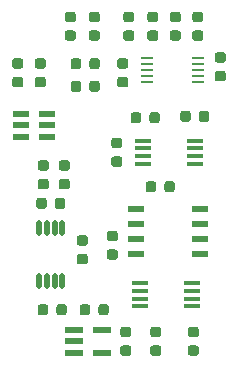
<source format=gbr>
%TF.GenerationSoftware,KiCad,Pcbnew,(5.1.6)-1*%
%TF.CreationDate,2021-06-11T10:25:49-05:00*%
%TF.ProjectId,Sapphire_AnalogMic,53617070-6869-4726-955f-416e616c6f67,rev?*%
%TF.SameCoordinates,Original*%
%TF.FileFunction,Paste,Top*%
%TF.FilePolarity,Positive*%
%FSLAX46Y46*%
G04 Gerber Fmt 4.6, Leading zero omitted, Abs format (unit mm)*
G04 Created by KiCad (PCBNEW (5.1.6)-1) date 2021-06-11 10:25:49*
%MOMM*%
%LPD*%
G01*
G04 APERTURE LIST*
%ADD10R,1.320800X0.406400*%
%ADD11R,1.460500X0.533400*%
%ADD12R,1.473200X0.558800*%
%ADD13R,1.100000X0.250000*%
%ADD14R,1.574800X0.558800*%
%ADD15O,0.449999X1.350000*%
G04 APERTURE END LIST*
D10*
%TO.C,U101*%
X123774200Y-125308360D03*
X123774200Y-124658120D03*
X123774200Y-124007880D03*
X123774200Y-123357640D03*
X128193800Y-123357640D03*
X128193800Y-124007880D03*
X128193800Y-124658120D03*
X128193800Y-125308360D03*
%TD*%
%TO.C,C105*%
G36*
G01*
X122049250Y-111918000D02*
X121536750Y-111918000D01*
G75*
G02*
X121318000Y-111699250I0J218750D01*
G01*
X121318000Y-111261750D01*
G75*
G02*
X121536750Y-111043000I218750J0D01*
G01*
X122049250Y-111043000D01*
G75*
G02*
X122268000Y-111261750I0J-218750D01*
G01*
X122268000Y-111699250D01*
G75*
G02*
X122049250Y-111918000I-218750J0D01*
G01*
G37*
G36*
G01*
X122049250Y-113493000D02*
X121536750Y-113493000D01*
G75*
G02*
X121318000Y-113274250I0J218750D01*
G01*
X121318000Y-112836750D01*
G75*
G02*
X121536750Y-112618000I218750J0D01*
G01*
X122049250Y-112618000D01*
G75*
G02*
X122268000Y-112836750I0J-218750D01*
G01*
X122268000Y-113274250D01*
G75*
G02*
X122049250Y-113493000I-218750J0D01*
G01*
G37*
%TD*%
D11*
%TO.C,U107*%
X128835150Y-117094000D03*
X128835150Y-118364000D03*
X128835150Y-119634000D03*
X128835150Y-120904000D03*
X123386850Y-120904000D03*
X123386850Y-119634000D03*
X123386850Y-118364000D03*
X123386850Y-117094000D03*
%TD*%
%TO.C,C112*%
G36*
G01*
X121668250Y-119792000D02*
X121155750Y-119792000D01*
G75*
G02*
X120937000Y-119573250I0J218750D01*
G01*
X120937000Y-119135750D01*
G75*
G02*
X121155750Y-118917000I218750J0D01*
G01*
X121668250Y-118917000D01*
G75*
G02*
X121887000Y-119135750I0J-218750D01*
G01*
X121887000Y-119573250D01*
G75*
G02*
X121668250Y-119792000I-218750J0D01*
G01*
G37*
G36*
G01*
X121668250Y-121367000D02*
X121155750Y-121367000D01*
G75*
G02*
X120937000Y-121148250I0J218750D01*
G01*
X120937000Y-120710750D01*
G75*
G02*
X121155750Y-120492000I218750J0D01*
G01*
X121668250Y-120492000D01*
G75*
G02*
X121887000Y-120710750I0J-218750D01*
G01*
X121887000Y-121148250D01*
G75*
G02*
X121668250Y-121367000I-218750J0D01*
G01*
G37*
%TD*%
%TO.C,C110*%
G36*
G01*
X125826000Y-115445250D02*
X125826000Y-114932750D01*
G75*
G02*
X126044750Y-114714000I218750J0D01*
G01*
X126482250Y-114714000D01*
G75*
G02*
X126701000Y-114932750I0J-218750D01*
G01*
X126701000Y-115445250D01*
G75*
G02*
X126482250Y-115664000I-218750J0D01*
G01*
X126044750Y-115664000D01*
G75*
G02*
X125826000Y-115445250I0J218750D01*
G01*
G37*
G36*
G01*
X124251000Y-115445250D02*
X124251000Y-114932750D01*
G75*
G02*
X124469750Y-114714000I218750J0D01*
G01*
X124907250Y-114714000D01*
G75*
G02*
X125126000Y-114932750I0J-218750D01*
G01*
X125126000Y-115445250D01*
G75*
G02*
X124907250Y-115664000I-218750J0D01*
G01*
X124469750Y-115664000D01*
G75*
G02*
X124251000Y-115445250I0J218750D01*
G01*
G37*
%TD*%
D12*
%TO.C,U106*%
X113690400Y-110932001D03*
X113690400Y-109982000D03*
X113690400Y-109031999D03*
X115925600Y-109031999D03*
X115925600Y-109982000D03*
X115925600Y-110932001D03*
%TD*%
%TO.C,R106*%
G36*
G01*
X126489750Y-101950000D02*
X127002250Y-101950000D01*
G75*
G02*
X127221000Y-102168750I0J-218750D01*
G01*
X127221000Y-102606250D01*
G75*
G02*
X127002250Y-102825000I-218750J0D01*
G01*
X126489750Y-102825000D01*
G75*
G02*
X126271000Y-102606250I0J218750D01*
G01*
X126271000Y-102168750D01*
G75*
G02*
X126489750Y-101950000I218750J0D01*
G01*
G37*
G36*
G01*
X126489750Y-100375000D02*
X127002250Y-100375000D01*
G75*
G02*
X127221000Y-100593750I0J-218750D01*
G01*
X127221000Y-101031250D01*
G75*
G02*
X127002250Y-101250000I-218750J0D01*
G01*
X126489750Y-101250000D01*
G75*
G02*
X126271000Y-101031250I0J218750D01*
G01*
X126271000Y-100593750D01*
G75*
G02*
X126489750Y-100375000I218750J0D01*
G01*
G37*
%TD*%
%TO.C,R104*%
G36*
G01*
X122552750Y-101950000D02*
X123065250Y-101950000D01*
G75*
G02*
X123284000Y-102168750I0J-218750D01*
G01*
X123284000Y-102606250D01*
G75*
G02*
X123065250Y-102825000I-218750J0D01*
G01*
X122552750Y-102825000D01*
G75*
G02*
X122334000Y-102606250I0J218750D01*
G01*
X122334000Y-102168750D01*
G75*
G02*
X122552750Y-101950000I218750J0D01*
G01*
G37*
G36*
G01*
X122552750Y-100375000D02*
X123065250Y-100375000D01*
G75*
G02*
X123284000Y-100593750I0J-218750D01*
G01*
X123284000Y-101031250D01*
G75*
G02*
X123065250Y-101250000I-218750J0D01*
G01*
X122552750Y-101250000D01*
G75*
G02*
X122334000Y-101031250I0J218750D01*
G01*
X122334000Y-100593750D01*
G75*
G02*
X122552750Y-100375000I218750J0D01*
G01*
G37*
%TD*%
D13*
%TO.C,U105*%
X128642000Y-104283000D03*
X128642000Y-104783000D03*
X128642000Y-105283000D03*
X128642000Y-105783000D03*
X128642000Y-106283000D03*
X124342000Y-106283000D03*
X124342000Y-105783000D03*
X124342000Y-105283000D03*
X124342000Y-104783000D03*
X124342000Y-104283000D03*
%TD*%
%TO.C,C106*%
G36*
G01*
X115059750Y-105887000D02*
X115572250Y-105887000D01*
G75*
G02*
X115791000Y-106105750I0J-218750D01*
G01*
X115791000Y-106543250D01*
G75*
G02*
X115572250Y-106762000I-218750J0D01*
G01*
X115059750Y-106762000D01*
G75*
G02*
X114841000Y-106543250I0J218750D01*
G01*
X114841000Y-106105750D01*
G75*
G02*
X115059750Y-105887000I218750J0D01*
G01*
G37*
G36*
G01*
X115059750Y-104312000D02*
X115572250Y-104312000D01*
G75*
G02*
X115791000Y-104530750I0J-218750D01*
G01*
X115791000Y-104968250D01*
G75*
G02*
X115572250Y-105187000I-218750J0D01*
G01*
X115059750Y-105187000D01*
G75*
G02*
X114841000Y-104968250I0J218750D01*
G01*
X114841000Y-104530750D01*
G75*
G02*
X115059750Y-104312000I218750J0D01*
G01*
G37*
%TD*%
%TO.C,R115*%
G36*
G01*
X128394750Y-101950000D02*
X128907250Y-101950000D01*
G75*
G02*
X129126000Y-102168750I0J-218750D01*
G01*
X129126000Y-102606250D01*
G75*
G02*
X128907250Y-102825000I-218750J0D01*
G01*
X128394750Y-102825000D01*
G75*
G02*
X128176000Y-102606250I0J218750D01*
G01*
X128176000Y-102168750D01*
G75*
G02*
X128394750Y-101950000I218750J0D01*
G01*
G37*
G36*
G01*
X128394750Y-100375000D02*
X128907250Y-100375000D01*
G75*
G02*
X129126000Y-100593750I0J-218750D01*
G01*
X129126000Y-101031250D01*
G75*
G02*
X128907250Y-101250000I-218750J0D01*
G01*
X128394750Y-101250000D01*
G75*
G02*
X128176000Y-101031250I0J218750D01*
G01*
X128176000Y-100593750D01*
G75*
G02*
X128394750Y-100375000I218750J0D01*
G01*
G37*
%TD*%
%TO.C,R114*%
G36*
G01*
X124584750Y-101950000D02*
X125097250Y-101950000D01*
G75*
G02*
X125316000Y-102168750I0J-218750D01*
G01*
X125316000Y-102606250D01*
G75*
G02*
X125097250Y-102825000I-218750J0D01*
G01*
X124584750Y-102825000D01*
G75*
G02*
X124366000Y-102606250I0J218750D01*
G01*
X124366000Y-102168750D01*
G75*
G02*
X124584750Y-101950000I218750J0D01*
G01*
G37*
G36*
G01*
X124584750Y-100375000D02*
X125097250Y-100375000D01*
G75*
G02*
X125316000Y-100593750I0J-218750D01*
G01*
X125316000Y-101031250D01*
G75*
G02*
X125097250Y-101250000I-218750J0D01*
G01*
X124584750Y-101250000D01*
G75*
G02*
X124366000Y-101031250I0J218750D01*
G01*
X124366000Y-100593750D01*
G75*
G02*
X124584750Y-100375000I218750J0D01*
G01*
G37*
%TD*%
%TO.C,R113*%
G36*
G01*
X119631750Y-101950000D02*
X120144250Y-101950000D01*
G75*
G02*
X120363000Y-102168750I0J-218750D01*
G01*
X120363000Y-102606250D01*
G75*
G02*
X120144250Y-102825000I-218750J0D01*
G01*
X119631750Y-102825000D01*
G75*
G02*
X119413000Y-102606250I0J218750D01*
G01*
X119413000Y-102168750D01*
G75*
G02*
X119631750Y-101950000I218750J0D01*
G01*
G37*
G36*
G01*
X119631750Y-100375000D02*
X120144250Y-100375000D01*
G75*
G02*
X120363000Y-100593750I0J-218750D01*
G01*
X120363000Y-101031250D01*
G75*
G02*
X120144250Y-101250000I-218750J0D01*
G01*
X119631750Y-101250000D01*
G75*
G02*
X119413000Y-101031250I0J218750D01*
G01*
X119413000Y-100593750D01*
G75*
G02*
X119631750Y-100375000I218750J0D01*
G01*
G37*
%TD*%
%TO.C,R112*%
G36*
G01*
X118112250Y-101250000D02*
X117599750Y-101250000D01*
G75*
G02*
X117381000Y-101031250I0J218750D01*
G01*
X117381000Y-100593750D01*
G75*
G02*
X117599750Y-100375000I218750J0D01*
G01*
X118112250Y-100375000D01*
G75*
G02*
X118331000Y-100593750I0J-218750D01*
G01*
X118331000Y-101031250D01*
G75*
G02*
X118112250Y-101250000I-218750J0D01*
G01*
G37*
G36*
G01*
X118112250Y-102825000D02*
X117599750Y-102825000D01*
G75*
G02*
X117381000Y-102606250I0J218750D01*
G01*
X117381000Y-102168750D01*
G75*
G02*
X117599750Y-101950000I218750J0D01*
G01*
X118112250Y-101950000D01*
G75*
G02*
X118331000Y-102168750I0J-218750D01*
G01*
X118331000Y-102606250D01*
G75*
G02*
X118112250Y-102825000I-218750J0D01*
G01*
G37*
%TD*%
%TO.C,R110*%
G36*
G01*
X118776000Y-106423750D02*
X118776000Y-106936250D01*
G75*
G02*
X118557250Y-107155000I-218750J0D01*
G01*
X118119750Y-107155000D01*
G75*
G02*
X117901000Y-106936250I0J218750D01*
G01*
X117901000Y-106423750D01*
G75*
G02*
X118119750Y-106205000I218750J0D01*
G01*
X118557250Y-106205000D01*
G75*
G02*
X118776000Y-106423750I0J-218750D01*
G01*
G37*
G36*
G01*
X120351000Y-106423750D02*
X120351000Y-106936250D01*
G75*
G02*
X120132250Y-107155000I-218750J0D01*
G01*
X119694750Y-107155000D01*
G75*
G02*
X119476000Y-106936250I0J218750D01*
G01*
X119476000Y-106423750D01*
G75*
G02*
X119694750Y-106205000I218750J0D01*
G01*
X120132250Y-106205000D01*
G75*
G02*
X120351000Y-106423750I0J-218750D01*
G01*
G37*
%TD*%
%TO.C,R109*%
G36*
G01*
X118776000Y-104518750D02*
X118776000Y-105031250D01*
G75*
G02*
X118557250Y-105250000I-218750J0D01*
G01*
X118119750Y-105250000D01*
G75*
G02*
X117901000Y-105031250I0J218750D01*
G01*
X117901000Y-104518750D01*
G75*
G02*
X118119750Y-104300000I218750J0D01*
G01*
X118557250Y-104300000D01*
G75*
G02*
X118776000Y-104518750I0J-218750D01*
G01*
G37*
G36*
G01*
X120351000Y-104518750D02*
X120351000Y-105031250D01*
G75*
G02*
X120132250Y-105250000I-218750J0D01*
G01*
X119694750Y-105250000D01*
G75*
G02*
X119476000Y-105031250I0J218750D01*
G01*
X119476000Y-104518750D01*
G75*
G02*
X119694750Y-104300000I218750J0D01*
G01*
X120132250Y-104300000D01*
G75*
G02*
X120351000Y-104518750I0J-218750D01*
G01*
G37*
%TD*%
%TO.C,R105*%
G36*
G01*
X113667250Y-105187000D02*
X113154750Y-105187000D01*
G75*
G02*
X112936000Y-104968250I0J218750D01*
G01*
X112936000Y-104530750D01*
G75*
G02*
X113154750Y-104312000I218750J0D01*
G01*
X113667250Y-104312000D01*
G75*
G02*
X113886000Y-104530750I0J-218750D01*
G01*
X113886000Y-104968250D01*
G75*
G02*
X113667250Y-105187000I-218750J0D01*
G01*
G37*
G36*
G01*
X113667250Y-106762000D02*
X113154750Y-106762000D01*
G75*
G02*
X112936000Y-106543250I0J218750D01*
G01*
X112936000Y-106105750D01*
G75*
G02*
X113154750Y-105887000I218750J0D01*
G01*
X113667250Y-105887000D01*
G75*
G02*
X113886000Y-106105750I0J-218750D01*
G01*
X113886000Y-106543250D01*
G75*
G02*
X113667250Y-106762000I-218750J0D01*
G01*
G37*
%TD*%
%TO.C,R103*%
G36*
G01*
X119128250Y-120173000D02*
X118615750Y-120173000D01*
G75*
G02*
X118397000Y-119954250I0J218750D01*
G01*
X118397000Y-119516750D01*
G75*
G02*
X118615750Y-119298000I218750J0D01*
G01*
X119128250Y-119298000D01*
G75*
G02*
X119347000Y-119516750I0J-218750D01*
G01*
X119347000Y-119954250D01*
G75*
G02*
X119128250Y-120173000I-218750J0D01*
G01*
G37*
G36*
G01*
X119128250Y-121748000D02*
X118615750Y-121748000D01*
G75*
G02*
X118397000Y-121529250I0J218750D01*
G01*
X118397000Y-121091750D01*
G75*
G02*
X118615750Y-120873000I218750J0D01*
G01*
X119128250Y-120873000D01*
G75*
G02*
X119347000Y-121091750I0J-218750D01*
G01*
X119347000Y-121529250D01*
G75*
G02*
X119128250Y-121748000I-218750J0D01*
G01*
G37*
%TD*%
%TO.C,R102*%
G36*
G01*
X117604250Y-113823000D02*
X117091750Y-113823000D01*
G75*
G02*
X116873000Y-113604250I0J218750D01*
G01*
X116873000Y-113166750D01*
G75*
G02*
X117091750Y-112948000I218750J0D01*
G01*
X117604250Y-112948000D01*
G75*
G02*
X117823000Y-113166750I0J-218750D01*
G01*
X117823000Y-113604250D01*
G75*
G02*
X117604250Y-113823000I-218750J0D01*
G01*
G37*
G36*
G01*
X117604250Y-115398000D02*
X117091750Y-115398000D01*
G75*
G02*
X116873000Y-115179250I0J218750D01*
G01*
X116873000Y-114741750D01*
G75*
G02*
X117091750Y-114523000I218750J0D01*
G01*
X117604250Y-114523000D01*
G75*
G02*
X117823000Y-114741750I0J-218750D01*
G01*
X117823000Y-115179250D01*
G75*
G02*
X117604250Y-115398000I-218750J0D01*
G01*
G37*
%TD*%
%TO.C,R101*%
G36*
G01*
X115826250Y-113823000D02*
X115313750Y-113823000D01*
G75*
G02*
X115095000Y-113604250I0J218750D01*
G01*
X115095000Y-113166750D01*
G75*
G02*
X115313750Y-112948000I218750J0D01*
G01*
X115826250Y-112948000D01*
G75*
G02*
X116045000Y-113166750I0J-218750D01*
G01*
X116045000Y-113604250D01*
G75*
G02*
X115826250Y-113823000I-218750J0D01*
G01*
G37*
G36*
G01*
X115826250Y-115398000D02*
X115313750Y-115398000D01*
G75*
G02*
X115095000Y-115179250I0J218750D01*
G01*
X115095000Y-114741750D01*
G75*
G02*
X115313750Y-114523000I218750J0D01*
G01*
X115826250Y-114523000D01*
G75*
G02*
X116045000Y-114741750I0J-218750D01*
G01*
X116045000Y-115179250D01*
G75*
G02*
X115826250Y-115398000I-218750J0D01*
G01*
G37*
%TD*%
%TO.C,FB102*%
G36*
G01*
X124838750Y-128620000D02*
X125351250Y-128620000D01*
G75*
G02*
X125570000Y-128838750I0J-218750D01*
G01*
X125570000Y-129276250D01*
G75*
G02*
X125351250Y-129495000I-218750J0D01*
G01*
X124838750Y-129495000D01*
G75*
G02*
X124620000Y-129276250I0J218750D01*
G01*
X124620000Y-128838750D01*
G75*
G02*
X124838750Y-128620000I218750J0D01*
G01*
G37*
G36*
G01*
X124838750Y-127045000D02*
X125351250Y-127045000D01*
G75*
G02*
X125570000Y-127263750I0J-218750D01*
G01*
X125570000Y-127701250D01*
G75*
G02*
X125351250Y-127920000I-218750J0D01*
G01*
X124838750Y-127920000D01*
G75*
G02*
X124620000Y-127701250I0J218750D01*
G01*
X124620000Y-127263750D01*
G75*
G02*
X124838750Y-127045000I218750J0D01*
G01*
G37*
%TD*%
%TO.C,FB101*%
G36*
G01*
X128013750Y-128620000D02*
X128526250Y-128620000D01*
G75*
G02*
X128745000Y-128838750I0J-218750D01*
G01*
X128745000Y-129276250D01*
G75*
G02*
X128526250Y-129495000I-218750J0D01*
G01*
X128013750Y-129495000D01*
G75*
G02*
X127795000Y-129276250I0J218750D01*
G01*
X127795000Y-128838750D01*
G75*
G02*
X128013750Y-128620000I218750J0D01*
G01*
G37*
G36*
G01*
X128013750Y-127045000D02*
X128526250Y-127045000D01*
G75*
G02*
X128745000Y-127263750I0J-218750D01*
G01*
X128745000Y-127701250D01*
G75*
G02*
X128526250Y-127920000I-218750J0D01*
G01*
X128013750Y-127920000D01*
G75*
G02*
X127795000Y-127701250I0J218750D01*
G01*
X127795000Y-127263750D01*
G75*
G02*
X128013750Y-127045000I218750J0D01*
G01*
G37*
%TD*%
%TO.C,C111*%
G36*
G01*
X124556000Y-109603250D02*
X124556000Y-109090750D01*
G75*
G02*
X124774750Y-108872000I218750J0D01*
G01*
X125212250Y-108872000D01*
G75*
G02*
X125431000Y-109090750I0J-218750D01*
G01*
X125431000Y-109603250D01*
G75*
G02*
X125212250Y-109822000I-218750J0D01*
G01*
X124774750Y-109822000D01*
G75*
G02*
X124556000Y-109603250I0J218750D01*
G01*
G37*
G36*
G01*
X122981000Y-109603250D02*
X122981000Y-109090750D01*
G75*
G02*
X123199750Y-108872000I218750J0D01*
G01*
X123637250Y-108872000D01*
G75*
G02*
X123856000Y-109090750I0J-218750D01*
G01*
X123856000Y-109603250D01*
G75*
G02*
X123637250Y-109822000I-218750J0D01*
G01*
X123199750Y-109822000D01*
G75*
G02*
X122981000Y-109603250I0J218750D01*
G01*
G37*
%TD*%
%TO.C,C109*%
G36*
G01*
X130812250Y-104679000D02*
X130299750Y-104679000D01*
G75*
G02*
X130081000Y-104460250I0J218750D01*
G01*
X130081000Y-104022750D01*
G75*
G02*
X130299750Y-103804000I218750J0D01*
G01*
X130812250Y-103804000D01*
G75*
G02*
X131031000Y-104022750I0J-218750D01*
G01*
X131031000Y-104460250D01*
G75*
G02*
X130812250Y-104679000I-218750J0D01*
G01*
G37*
G36*
G01*
X130812250Y-106254000D02*
X130299750Y-106254000D01*
G75*
G02*
X130081000Y-106035250I0J218750D01*
G01*
X130081000Y-105597750D01*
G75*
G02*
X130299750Y-105379000I218750J0D01*
G01*
X130812250Y-105379000D01*
G75*
G02*
X131031000Y-105597750I0J-218750D01*
G01*
X131031000Y-106035250D01*
G75*
G02*
X130812250Y-106254000I-218750J0D01*
G01*
G37*
%TD*%
%TO.C,C108*%
G36*
G01*
X128047000Y-108963750D02*
X128047000Y-109476250D01*
G75*
G02*
X127828250Y-109695000I-218750J0D01*
G01*
X127390750Y-109695000D01*
G75*
G02*
X127172000Y-109476250I0J218750D01*
G01*
X127172000Y-108963750D01*
G75*
G02*
X127390750Y-108745000I218750J0D01*
G01*
X127828250Y-108745000D01*
G75*
G02*
X128047000Y-108963750I0J-218750D01*
G01*
G37*
G36*
G01*
X129622000Y-108963750D02*
X129622000Y-109476250D01*
G75*
G02*
X129403250Y-109695000I-218750J0D01*
G01*
X128965750Y-109695000D01*
G75*
G02*
X128747000Y-109476250I0J218750D01*
G01*
X128747000Y-108963750D01*
G75*
G02*
X128965750Y-108745000I218750J0D01*
G01*
X129403250Y-108745000D01*
G75*
G02*
X129622000Y-108963750I0J-218750D01*
G01*
G37*
%TD*%
%TO.C,C107*%
G36*
G01*
X122044750Y-105887000D02*
X122557250Y-105887000D01*
G75*
G02*
X122776000Y-106105750I0J-218750D01*
G01*
X122776000Y-106543250D01*
G75*
G02*
X122557250Y-106762000I-218750J0D01*
G01*
X122044750Y-106762000D01*
G75*
G02*
X121826000Y-106543250I0J218750D01*
G01*
X121826000Y-106105750D01*
G75*
G02*
X122044750Y-105887000I218750J0D01*
G01*
G37*
G36*
G01*
X122044750Y-104312000D02*
X122557250Y-104312000D01*
G75*
G02*
X122776000Y-104530750I0J-218750D01*
G01*
X122776000Y-104968250D01*
G75*
G02*
X122557250Y-105187000I-218750J0D01*
G01*
X122044750Y-105187000D01*
G75*
G02*
X121826000Y-104968250I0J218750D01*
G01*
X121826000Y-104530750D01*
G75*
G02*
X122044750Y-104312000I218750J0D01*
G01*
G37*
%TD*%
%TO.C,C104*%
G36*
G01*
X116682000Y-125859250D02*
X116682000Y-125346750D01*
G75*
G02*
X116900750Y-125128000I218750J0D01*
G01*
X117338250Y-125128000D01*
G75*
G02*
X117557000Y-125346750I0J-218750D01*
G01*
X117557000Y-125859250D01*
G75*
G02*
X117338250Y-126078000I-218750J0D01*
G01*
X116900750Y-126078000D01*
G75*
G02*
X116682000Y-125859250I0J218750D01*
G01*
G37*
G36*
G01*
X115107000Y-125859250D02*
X115107000Y-125346750D01*
G75*
G02*
X115325750Y-125128000I218750J0D01*
G01*
X115763250Y-125128000D01*
G75*
G02*
X115982000Y-125346750I0J-218750D01*
G01*
X115982000Y-125859250D01*
G75*
G02*
X115763250Y-126078000I-218750J0D01*
G01*
X115325750Y-126078000D01*
G75*
G02*
X115107000Y-125859250I0J218750D01*
G01*
G37*
%TD*%
%TO.C,C103*%
G36*
G01*
X120238000Y-125859250D02*
X120238000Y-125346750D01*
G75*
G02*
X120456750Y-125128000I218750J0D01*
G01*
X120894250Y-125128000D01*
G75*
G02*
X121113000Y-125346750I0J-218750D01*
G01*
X121113000Y-125859250D01*
G75*
G02*
X120894250Y-126078000I-218750J0D01*
G01*
X120456750Y-126078000D01*
G75*
G02*
X120238000Y-125859250I0J218750D01*
G01*
G37*
G36*
G01*
X118663000Y-125859250D02*
X118663000Y-125346750D01*
G75*
G02*
X118881750Y-125128000I218750J0D01*
G01*
X119319250Y-125128000D01*
G75*
G02*
X119538000Y-125346750I0J-218750D01*
G01*
X119538000Y-125859250D01*
G75*
G02*
X119319250Y-126078000I-218750J0D01*
G01*
X118881750Y-126078000D01*
G75*
G02*
X118663000Y-125859250I0J218750D01*
G01*
G37*
%TD*%
%TO.C,C102*%
G36*
G01*
X122811250Y-127920000D02*
X122298750Y-127920000D01*
G75*
G02*
X122080000Y-127701250I0J218750D01*
G01*
X122080000Y-127263750D01*
G75*
G02*
X122298750Y-127045000I218750J0D01*
G01*
X122811250Y-127045000D01*
G75*
G02*
X123030000Y-127263750I0J-218750D01*
G01*
X123030000Y-127701250D01*
G75*
G02*
X122811250Y-127920000I-218750J0D01*
G01*
G37*
G36*
G01*
X122811250Y-129495000D02*
X122298750Y-129495000D01*
G75*
G02*
X122080000Y-129276250I0J218750D01*
G01*
X122080000Y-128838750D01*
G75*
G02*
X122298750Y-128620000I218750J0D01*
G01*
X122811250Y-128620000D01*
G75*
G02*
X123030000Y-128838750I0J-218750D01*
G01*
X123030000Y-129276250D01*
G75*
G02*
X122811250Y-129495000I-218750J0D01*
G01*
G37*
%TD*%
%TO.C,C101*%
G36*
G01*
X116555000Y-116842250D02*
X116555000Y-116329750D01*
G75*
G02*
X116773750Y-116111000I218750J0D01*
G01*
X117211250Y-116111000D01*
G75*
G02*
X117430000Y-116329750I0J-218750D01*
G01*
X117430000Y-116842250D01*
G75*
G02*
X117211250Y-117061000I-218750J0D01*
G01*
X116773750Y-117061000D01*
G75*
G02*
X116555000Y-116842250I0J218750D01*
G01*
G37*
G36*
G01*
X114980000Y-116842250D02*
X114980000Y-116329750D01*
G75*
G02*
X115198750Y-116111000I218750J0D01*
G01*
X115636250Y-116111000D01*
G75*
G02*
X115855000Y-116329750I0J-218750D01*
G01*
X115855000Y-116842250D01*
G75*
G02*
X115636250Y-117061000I-218750J0D01*
G01*
X115198750Y-117061000D01*
G75*
G02*
X114980000Y-116842250I0J218750D01*
G01*
G37*
%TD*%
D10*
%TO.C,U104*%
X128447800Y-111292640D03*
X128447800Y-111942880D03*
X128447800Y-112593120D03*
X128447800Y-113243360D03*
X124028200Y-113243360D03*
X124028200Y-112593120D03*
X124028200Y-111942880D03*
X124028200Y-111292640D03*
%TD*%
D14*
%TO.C,U103*%
X120548400Y-127319999D03*
X120548400Y-129220001D03*
X118211600Y-129220001D03*
X118211600Y-128270000D03*
X118211600Y-127319999D03*
%TD*%
D15*
%TO.C,U102*%
X117179999Y-123129002D03*
X116529998Y-123129002D03*
X115879999Y-123129002D03*
X115229998Y-123129002D03*
X115229998Y-118679001D03*
X115879999Y-118679001D03*
X116529998Y-118679001D03*
X117179999Y-118679001D03*
%TD*%
M02*

</source>
